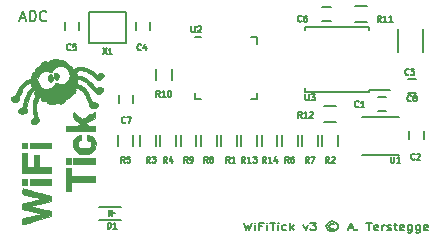
<source format=gbr>
G04 #@! TF.FileFunction,Legend,Top*
%FSLAX46Y46*%
G04 Gerber Fmt 4.6, Leading zero omitted, Abs format (unit mm)*
G04 Created by KiCad (PCBNEW 4.0.6-e0-6349~53~ubuntu16.04.1) date Sun Jul  2 22:52:24 2017*
%MOMM*%
%LPD*%
G01*
G04 APERTURE LIST*
%ADD10C,0.100000*%
%ADD11C,0.127000*%
%ADD12C,0.010000*%
%ADD13C,0.150000*%
%ADD14C,0.152400*%
G04 APERTURE END LIST*
D10*
D11*
X128832430Y-86012262D02*
X129013859Y-86647262D01*
X129159002Y-86193690D01*
X129304144Y-86647262D01*
X129485573Y-86012262D01*
X129775859Y-86647262D02*
X129775859Y-86223929D01*
X129775859Y-86012262D02*
X129739573Y-86042500D01*
X129775859Y-86072738D01*
X129812144Y-86042500D01*
X129775859Y-86012262D01*
X129775859Y-86072738D01*
X130392716Y-86314643D02*
X130138716Y-86314643D01*
X130138716Y-86647262D02*
X130138716Y-86012262D01*
X130501573Y-86012262D01*
X130791859Y-86647262D02*
X130791859Y-86223929D01*
X130791859Y-86012262D02*
X130755573Y-86042500D01*
X130791859Y-86072738D01*
X130828144Y-86042500D01*
X130791859Y-86012262D01*
X130791859Y-86072738D01*
X131045858Y-86012262D02*
X131481287Y-86012262D01*
X131263573Y-86647262D02*
X131263573Y-86012262D01*
X131735287Y-86647262D02*
X131735287Y-86223929D01*
X131735287Y-86012262D02*
X131699001Y-86042500D01*
X131735287Y-86072738D01*
X131771572Y-86042500D01*
X131735287Y-86012262D01*
X131735287Y-86072738D01*
X132424715Y-86617024D02*
X132352144Y-86647262D01*
X132207001Y-86647262D01*
X132134429Y-86617024D01*
X132098144Y-86586786D01*
X132061858Y-86526310D01*
X132061858Y-86344881D01*
X132098144Y-86284405D01*
X132134429Y-86254167D01*
X132207001Y-86223929D01*
X132352144Y-86223929D01*
X132424715Y-86254167D01*
X132751287Y-86647262D02*
X132751287Y-86012262D01*
X132823858Y-86405357D02*
X133041572Y-86647262D01*
X133041572Y-86223929D02*
X132751287Y-86465833D01*
X133876143Y-86223929D02*
X134057572Y-86647262D01*
X134239000Y-86223929D01*
X134456714Y-86012262D02*
X134928428Y-86012262D01*
X134674428Y-86254167D01*
X134783286Y-86254167D01*
X134855857Y-86284405D01*
X134892143Y-86314643D01*
X134928428Y-86375119D01*
X134928428Y-86526310D01*
X134892143Y-86586786D01*
X134855857Y-86617024D01*
X134783286Y-86647262D01*
X134565571Y-86647262D01*
X134493000Y-86617024D01*
X134456714Y-86586786D01*
X136452428Y-86163452D02*
X136379856Y-86133214D01*
X136234713Y-86133214D01*
X136162142Y-86163452D01*
X136089571Y-86223929D01*
X136053285Y-86284405D01*
X136053285Y-86405357D01*
X136089571Y-86465833D01*
X136162142Y-86526310D01*
X136234713Y-86556548D01*
X136379856Y-86556548D01*
X136452428Y-86526310D01*
X136307285Y-85921548D02*
X136125856Y-85951786D01*
X135944428Y-86042500D01*
X135835571Y-86193690D01*
X135799285Y-86344881D01*
X135835571Y-86496071D01*
X135944428Y-86647262D01*
X136125856Y-86737976D01*
X136307285Y-86768214D01*
X136488713Y-86737976D01*
X136670142Y-86647262D01*
X136778999Y-86496071D01*
X136815285Y-86344881D01*
X136778999Y-86193690D01*
X136670142Y-86042500D01*
X136488713Y-85951786D01*
X136307285Y-85921548D01*
X137686142Y-86465833D02*
X138048999Y-86465833D01*
X137613570Y-86647262D02*
X137867570Y-86012262D01*
X138121570Y-86647262D01*
X138375571Y-86586786D02*
X138411856Y-86617024D01*
X138375571Y-86647262D01*
X138339285Y-86617024D01*
X138375571Y-86586786D01*
X138375571Y-86647262D01*
X139210141Y-86012262D02*
X139645570Y-86012262D01*
X139427856Y-86647262D02*
X139427856Y-86012262D01*
X140189855Y-86617024D02*
X140117284Y-86647262D01*
X139972141Y-86647262D01*
X139899570Y-86617024D01*
X139863284Y-86556548D01*
X139863284Y-86314643D01*
X139899570Y-86254167D01*
X139972141Y-86223929D01*
X140117284Y-86223929D01*
X140189855Y-86254167D01*
X140226141Y-86314643D01*
X140226141Y-86375119D01*
X139863284Y-86435595D01*
X140552713Y-86647262D02*
X140552713Y-86223929D01*
X140552713Y-86344881D02*
X140588998Y-86284405D01*
X140625284Y-86254167D01*
X140697855Y-86223929D01*
X140770427Y-86223929D01*
X140988141Y-86617024D02*
X141060712Y-86647262D01*
X141205855Y-86647262D01*
X141278427Y-86617024D01*
X141314712Y-86556548D01*
X141314712Y-86526310D01*
X141278427Y-86465833D01*
X141205855Y-86435595D01*
X141096998Y-86435595D01*
X141024427Y-86405357D01*
X140988141Y-86344881D01*
X140988141Y-86314643D01*
X141024427Y-86254167D01*
X141096998Y-86223929D01*
X141205855Y-86223929D01*
X141278427Y-86254167D01*
X141532426Y-86223929D02*
X141822712Y-86223929D01*
X141641284Y-86012262D02*
X141641284Y-86556548D01*
X141677569Y-86617024D01*
X141750141Y-86647262D01*
X141822712Y-86647262D01*
X142366998Y-86617024D02*
X142294427Y-86647262D01*
X142149284Y-86647262D01*
X142076713Y-86617024D01*
X142040427Y-86556548D01*
X142040427Y-86314643D01*
X142076713Y-86254167D01*
X142149284Y-86223929D01*
X142294427Y-86223929D01*
X142366998Y-86254167D01*
X142403284Y-86314643D01*
X142403284Y-86375119D01*
X142040427Y-86435595D01*
X143056427Y-86223929D02*
X143056427Y-86737976D01*
X143020141Y-86798452D01*
X142983856Y-86828690D01*
X142911284Y-86858929D01*
X142802427Y-86858929D01*
X142729856Y-86828690D01*
X143056427Y-86617024D02*
X142983856Y-86647262D01*
X142838713Y-86647262D01*
X142766141Y-86617024D01*
X142729856Y-86586786D01*
X142693570Y-86526310D01*
X142693570Y-86344881D01*
X142729856Y-86284405D01*
X142766141Y-86254167D01*
X142838713Y-86223929D01*
X142983856Y-86223929D01*
X143056427Y-86254167D01*
X143745856Y-86223929D02*
X143745856Y-86737976D01*
X143709570Y-86798452D01*
X143673285Y-86828690D01*
X143600713Y-86858929D01*
X143491856Y-86858929D01*
X143419285Y-86828690D01*
X143745856Y-86617024D02*
X143673285Y-86647262D01*
X143528142Y-86647262D01*
X143455570Y-86617024D01*
X143419285Y-86586786D01*
X143382999Y-86526310D01*
X143382999Y-86344881D01*
X143419285Y-86284405D01*
X143455570Y-86254167D01*
X143528142Y-86223929D01*
X143673285Y-86223929D01*
X143745856Y-86254167D01*
X144398999Y-86617024D02*
X144326428Y-86647262D01*
X144181285Y-86647262D01*
X144108714Y-86617024D01*
X144072428Y-86556548D01*
X144072428Y-86314643D01*
X144108714Y-86254167D01*
X144181285Y-86223929D01*
X144326428Y-86223929D01*
X144398999Y-86254167D01*
X144435285Y-86314643D01*
X144435285Y-86375119D01*
X144072428Y-86435595D01*
X109897333Y-68728167D02*
X110320667Y-68728167D01*
X109812667Y-68982167D02*
X110109000Y-68093167D01*
X110405333Y-68982167D01*
X110701667Y-68982167D02*
X110701667Y-68093167D01*
X110913333Y-68093167D01*
X111040333Y-68135500D01*
X111125000Y-68220167D01*
X111167333Y-68304833D01*
X111209667Y-68474167D01*
X111209667Y-68601167D01*
X111167333Y-68770500D01*
X111125000Y-68855167D01*
X111040333Y-68939833D01*
X110913333Y-68982167D01*
X110701667Y-68982167D01*
X112098667Y-68897500D02*
X112056333Y-68939833D01*
X111929333Y-68982167D01*
X111844667Y-68982167D01*
X111717667Y-68939833D01*
X111633000Y-68855167D01*
X111590667Y-68770500D01*
X111548333Y-68601167D01*
X111548333Y-68474167D01*
X111590667Y-68304833D01*
X111633000Y-68220167D01*
X111717667Y-68135500D01*
X111844667Y-68093167D01*
X111929333Y-68093167D01*
X112056333Y-68135500D01*
X112098667Y-68177833D01*
D12*
G36*
X110152298Y-83121781D02*
X110235141Y-83142695D01*
X110360119Y-83175549D01*
X110521121Y-83218700D01*
X110712038Y-83270510D01*
X110926758Y-83329337D01*
X111159172Y-83393543D01*
X111211309Y-83408015D01*
X111450958Y-83474563D01*
X111677786Y-83537489D01*
X111885036Y-83594926D01*
X112065953Y-83645001D01*
X112213780Y-83685847D01*
X112321760Y-83715592D01*
X112383139Y-83732367D01*
X112387945Y-83733658D01*
X112507889Y-83765731D01*
X112507869Y-84229223D01*
X111590611Y-84425321D01*
X111372896Y-84472539D01*
X111174893Y-84516781D01*
X111002826Y-84556555D01*
X110862919Y-84590367D01*
X110761394Y-84616724D01*
X110704477Y-84634134D01*
X110694565Y-84640253D01*
X110726532Y-84650452D01*
X110806898Y-84670322D01*
X110928747Y-84698320D01*
X111085159Y-84732901D01*
X111269215Y-84772520D01*
X111473998Y-84815635D01*
X111562445Y-84833984D01*
X111775399Y-84878106D01*
X111972013Y-84919094D01*
X112145058Y-84955423D01*
X112287303Y-84985563D01*
X112391519Y-85007989D01*
X112450475Y-85021173D01*
X112459605Y-85023471D01*
X112484656Y-85037481D01*
X112498876Y-85069398D01*
X112504319Y-85131050D01*
X112503041Y-85234269D01*
X112501938Y-85267203D01*
X112493778Y-85496344D01*
X111322556Y-85828848D01*
X111074694Y-85898994D01*
X110843043Y-85964129D01*
X110633362Y-86022664D01*
X110451412Y-86073011D01*
X110302955Y-86113580D01*
X110193752Y-86142782D01*
X110129563Y-86159028D01*
X110114997Y-86161898D01*
X110097374Y-86147895D01*
X110087555Y-86099936D01*
X110084674Y-86010076D01*
X110086774Y-85902915D01*
X110094889Y-85643386D01*
X110991034Y-85458445D01*
X111261317Y-85401839D01*
X111477393Y-85354730D01*
X111640632Y-85316778D01*
X111752407Y-85287646D01*
X111814090Y-85266994D01*
X111827055Y-85254483D01*
X111823589Y-85252816D01*
X111785209Y-85243465D01*
X111700722Y-85224737D01*
X111578407Y-85198356D01*
X111426542Y-85166045D01*
X111253405Y-85129528D01*
X111067274Y-85090528D01*
X110876427Y-85050769D01*
X110689142Y-85011973D01*
X110513697Y-84975866D01*
X110358371Y-84944169D01*
X110231442Y-84918606D01*
X110141187Y-84900901D01*
X110095885Y-84892777D01*
X110092623Y-84892445D01*
X110087378Y-84866336D01*
X110083323Y-84796456D01*
X110081056Y-84695475D01*
X110080778Y-84641504D01*
X110081686Y-84521521D01*
X110086252Y-84446403D01*
X110097242Y-84404580D01*
X110117421Y-84384480D01*
X110144278Y-84375733D01*
X110187259Y-84366211D01*
X110277970Y-84346486D01*
X110408946Y-84318168D01*
X110572725Y-84282867D01*
X110761841Y-84242193D01*
X110968831Y-84197758D01*
X111033569Y-84183876D01*
X111239553Y-84138974D01*
X111425365Y-84097033D01*
X111584473Y-84059643D01*
X111710342Y-84028395D01*
X111796438Y-84004879D01*
X111836227Y-83990685D01*
X111837902Y-83988112D01*
X111805744Y-83978113D01*
X111725230Y-83958944D01*
X111603426Y-83932118D01*
X111447401Y-83899147D01*
X111264222Y-83861543D01*
X111060957Y-83820819D01*
X110998000Y-83808393D01*
X110788512Y-83767034D01*
X110595494Y-83728635D01*
X110426329Y-83694686D01*
X110288398Y-83666679D01*
X110189082Y-83646107D01*
X110135764Y-83634460D01*
X110130167Y-83633026D01*
X110106221Y-83618536D01*
X110091400Y-83584688D01*
X110083653Y-83520408D01*
X110080926Y-83414620D01*
X110080778Y-83366543D01*
X110083040Y-83238572D01*
X110090573Y-83159257D01*
X110104495Y-83120960D01*
X110117698Y-83114445D01*
X110152298Y-83121781D01*
X110152298Y-83121781D01*
G37*
X110152298Y-83121781D02*
X110235141Y-83142695D01*
X110360119Y-83175549D01*
X110521121Y-83218700D01*
X110712038Y-83270510D01*
X110926758Y-83329337D01*
X111159172Y-83393543D01*
X111211309Y-83408015D01*
X111450958Y-83474563D01*
X111677786Y-83537489D01*
X111885036Y-83594926D01*
X112065953Y-83645001D01*
X112213780Y-83685847D01*
X112321760Y-83715592D01*
X112383139Y-83732367D01*
X112387945Y-83733658D01*
X112507889Y-83765731D01*
X112507869Y-84229223D01*
X111590611Y-84425321D01*
X111372896Y-84472539D01*
X111174893Y-84516781D01*
X111002826Y-84556555D01*
X110862919Y-84590367D01*
X110761394Y-84616724D01*
X110704477Y-84634134D01*
X110694565Y-84640253D01*
X110726532Y-84650452D01*
X110806898Y-84670322D01*
X110928747Y-84698320D01*
X111085159Y-84732901D01*
X111269215Y-84772520D01*
X111473998Y-84815635D01*
X111562445Y-84833984D01*
X111775399Y-84878106D01*
X111972013Y-84919094D01*
X112145058Y-84955423D01*
X112287303Y-84985563D01*
X112391519Y-85007989D01*
X112450475Y-85021173D01*
X112459605Y-85023471D01*
X112484656Y-85037481D01*
X112498876Y-85069398D01*
X112504319Y-85131050D01*
X112503041Y-85234269D01*
X112501938Y-85267203D01*
X112493778Y-85496344D01*
X111322556Y-85828848D01*
X111074694Y-85898994D01*
X110843043Y-85964129D01*
X110633362Y-86022664D01*
X110451412Y-86073011D01*
X110302955Y-86113580D01*
X110193752Y-86142782D01*
X110129563Y-86159028D01*
X110114997Y-86161898D01*
X110097374Y-86147895D01*
X110087555Y-86099936D01*
X110084674Y-86010076D01*
X110086774Y-85902915D01*
X110094889Y-85643386D01*
X110991034Y-85458445D01*
X111261317Y-85401839D01*
X111477393Y-85354730D01*
X111640632Y-85316778D01*
X111752407Y-85287646D01*
X111814090Y-85266994D01*
X111827055Y-85254483D01*
X111823589Y-85252816D01*
X111785209Y-85243465D01*
X111700722Y-85224737D01*
X111578407Y-85198356D01*
X111426542Y-85166045D01*
X111253405Y-85129528D01*
X111067274Y-85090528D01*
X110876427Y-85050769D01*
X110689142Y-85011973D01*
X110513697Y-84975866D01*
X110358371Y-84944169D01*
X110231442Y-84918606D01*
X110141187Y-84900901D01*
X110095885Y-84892777D01*
X110092623Y-84892445D01*
X110087378Y-84866336D01*
X110083323Y-84796456D01*
X110081056Y-84695475D01*
X110080778Y-84641504D01*
X110081686Y-84521521D01*
X110086252Y-84446403D01*
X110097242Y-84404580D01*
X110117421Y-84384480D01*
X110144278Y-84375733D01*
X110187259Y-84366211D01*
X110277970Y-84346486D01*
X110408946Y-84318168D01*
X110572725Y-84282867D01*
X110761841Y-84242193D01*
X110968831Y-84197758D01*
X111033569Y-84183876D01*
X111239553Y-84138974D01*
X111425365Y-84097033D01*
X111584473Y-84059643D01*
X111710342Y-84028395D01*
X111796438Y-84004879D01*
X111836227Y-83990685D01*
X111837902Y-83988112D01*
X111805744Y-83978113D01*
X111725230Y-83958944D01*
X111603426Y-83932118D01*
X111447401Y-83899147D01*
X111264222Y-83861543D01*
X111060957Y-83820819D01*
X110998000Y-83808393D01*
X110788512Y-83767034D01*
X110595494Y-83728635D01*
X110426329Y-83694686D01*
X110288398Y-83666679D01*
X110189082Y-83646107D01*
X110135764Y-83634460D01*
X110130167Y-83633026D01*
X110106221Y-83618536D01*
X110091400Y-83584688D01*
X110083653Y-83520408D01*
X110080926Y-83414620D01*
X110080778Y-83366543D01*
X110083040Y-83238572D01*
X110090573Y-83159257D01*
X110104495Y-83120960D01*
X110117698Y-83114445D01*
X110152298Y-83121781D01*
G36*
X114201222Y-82098445D02*
X116205000Y-82098445D01*
X116205000Y-82606445D01*
X114201222Y-82606445D01*
X114201222Y-83340223D01*
X113777889Y-83340223D01*
X113777889Y-81392889D01*
X114201222Y-81392889D01*
X114201222Y-82098445D01*
X114201222Y-82098445D01*
G37*
X114201222Y-82098445D02*
X116205000Y-82098445D01*
X116205000Y-82606445D01*
X114201222Y-82606445D01*
X114201222Y-83340223D01*
X113777889Y-83340223D01*
X113777889Y-81392889D01*
X114201222Y-81392889D01*
X114201222Y-82098445D01*
G36*
X110504111Y-82804000D02*
X110080778Y-82804000D01*
X110080778Y-82324223D01*
X110504111Y-82324223D01*
X110504111Y-82804000D01*
X110504111Y-82804000D01*
G37*
X110504111Y-82804000D02*
X110080778Y-82804000D01*
X110080778Y-82324223D01*
X110504111Y-82324223D01*
X110504111Y-82804000D01*
G36*
X112507889Y-82804000D02*
X110701667Y-82804000D01*
X110701667Y-82324223D01*
X112507889Y-82324223D01*
X112507889Y-82804000D01*
X112507889Y-82804000D01*
G37*
X112507889Y-82804000D02*
X110701667Y-82804000D01*
X110701667Y-82324223D01*
X112507889Y-82324223D01*
X112507889Y-82804000D01*
G36*
X110504111Y-81336445D02*
X111040334Y-81336445D01*
X111040334Y-80264000D01*
X111463667Y-80264000D01*
X111463667Y-81336445D01*
X112507889Y-81336445D01*
X112507889Y-81816223D01*
X110080778Y-81816223D01*
X110080778Y-80122889D01*
X110504111Y-80122889D01*
X110504111Y-81336445D01*
X110504111Y-81336445D01*
G37*
X110504111Y-81336445D02*
X111040334Y-81336445D01*
X111040334Y-80264000D01*
X111463667Y-80264000D01*
X111463667Y-81336445D01*
X112507889Y-81336445D01*
X112507889Y-81816223D01*
X110080778Y-81816223D01*
X110080778Y-80122889D01*
X110504111Y-80122889D01*
X110504111Y-81336445D01*
G36*
X114201222Y-81054223D02*
X113777889Y-81054223D01*
X113777889Y-80574445D01*
X114201222Y-80574445D01*
X114201222Y-81054223D01*
X114201222Y-81054223D01*
G37*
X114201222Y-81054223D02*
X113777889Y-81054223D01*
X113777889Y-80574445D01*
X114201222Y-80574445D01*
X114201222Y-81054223D01*
G36*
X116205000Y-81054223D02*
X114398778Y-81054223D01*
X114398778Y-80574445D01*
X116205000Y-80574445D01*
X116205000Y-81054223D01*
X116205000Y-81054223D01*
G37*
X116205000Y-81054223D02*
X114398778Y-81054223D01*
X114398778Y-80574445D01*
X116205000Y-80574445D01*
X116205000Y-81054223D01*
G36*
X115070210Y-78800235D02*
X115062000Y-79031459D01*
X114964780Y-79064112D01*
X114852849Y-79128476D01*
X114782304Y-79228992D01*
X114757970Y-79357743D01*
X114782320Y-79492524D01*
X114854503Y-79598685D01*
X114973219Y-79675390D01*
X115137168Y-79721802D01*
X115345050Y-79737085D01*
X115347497Y-79737077D01*
X115542439Y-79721503D01*
X115693461Y-79675043D01*
X115805244Y-79595519D01*
X115877957Y-79490249D01*
X115910579Y-79413348D01*
X115916192Y-79353231D01*
X115896773Y-79278249D01*
X115892068Y-79264471D01*
X115853698Y-79183579D01*
X115794189Y-79124257D01*
X115718249Y-79078667D01*
X115584275Y-79008111D01*
X115584193Y-78788851D01*
X115584111Y-78569592D01*
X115661722Y-78587851D01*
X115872824Y-78661969D01*
X116042714Y-78774138D01*
X116169691Y-78922220D01*
X116252051Y-79104075D01*
X116288092Y-79317565D01*
X116289667Y-79376882D01*
X116264496Y-79593844D01*
X116191099Y-79786393D01*
X116072649Y-79949243D01*
X115912319Y-80077109D01*
X115848529Y-80111821D01*
X115763603Y-80149339D01*
X115682127Y-80173570D01*
X115586132Y-80188007D01*
X115457647Y-80196140D01*
X115404756Y-80198045D01*
X115231511Y-80198355D01*
X115085886Y-80188243D01*
X114989451Y-80170708D01*
X114781616Y-80087179D01*
X114614262Y-79966979D01*
X114489975Y-79812690D01*
X114411340Y-79626895D01*
X114400521Y-79582501D01*
X114373475Y-79349349D01*
X114395421Y-79139472D01*
X114464243Y-78956387D01*
X114577827Y-78803611D01*
X114734058Y-78684663D01*
X114930821Y-78603059D01*
X114999655Y-78585908D01*
X115078421Y-78569012D01*
X115070210Y-78800235D01*
X115070210Y-78800235D01*
G37*
X115070210Y-78800235D02*
X115062000Y-79031459D01*
X114964780Y-79064112D01*
X114852849Y-79128476D01*
X114782304Y-79228992D01*
X114757970Y-79357743D01*
X114782320Y-79492524D01*
X114854503Y-79598685D01*
X114973219Y-79675390D01*
X115137168Y-79721802D01*
X115345050Y-79737085D01*
X115347497Y-79737077D01*
X115542439Y-79721503D01*
X115693461Y-79675043D01*
X115805244Y-79595519D01*
X115877957Y-79490249D01*
X115910579Y-79413348D01*
X115916192Y-79353231D01*
X115896773Y-79278249D01*
X115892068Y-79264471D01*
X115853698Y-79183579D01*
X115794189Y-79124257D01*
X115718249Y-79078667D01*
X115584275Y-79008111D01*
X115584193Y-78788851D01*
X115584111Y-78569592D01*
X115661722Y-78587851D01*
X115872824Y-78661969D01*
X116042714Y-78774138D01*
X116169691Y-78922220D01*
X116252051Y-79104075D01*
X116288092Y-79317565D01*
X116289667Y-79376882D01*
X116264496Y-79593844D01*
X116191099Y-79786393D01*
X116072649Y-79949243D01*
X115912319Y-80077109D01*
X115848529Y-80111821D01*
X115763603Y-80149339D01*
X115682127Y-80173570D01*
X115586132Y-80188007D01*
X115457647Y-80196140D01*
X115404756Y-80198045D01*
X115231511Y-80198355D01*
X115085886Y-80188243D01*
X114989451Y-80170708D01*
X114781616Y-80087179D01*
X114614262Y-79966979D01*
X114489975Y-79812690D01*
X114411340Y-79626895D01*
X114400521Y-79582501D01*
X114373475Y-79349349D01*
X114395421Y-79139472D01*
X114464243Y-78956387D01*
X114577827Y-78803611D01*
X114734058Y-78684663D01*
X114930821Y-78603059D01*
X114999655Y-78585908D01*
X115078421Y-78569012D01*
X115070210Y-78800235D01*
G36*
X110504111Y-79727778D02*
X110080778Y-79727778D01*
X110080778Y-79248000D01*
X110504111Y-79248000D01*
X110504111Y-79727778D01*
X110504111Y-79727778D01*
G37*
X110504111Y-79727778D02*
X110080778Y-79727778D01*
X110080778Y-79248000D01*
X110504111Y-79248000D01*
X110504111Y-79727778D01*
G36*
X112507889Y-79727778D02*
X110701667Y-79727778D01*
X110701667Y-79248000D01*
X112507889Y-79248000D01*
X112507889Y-79727778D01*
X112507889Y-79727778D01*
G37*
X112507889Y-79727778D02*
X110701667Y-79727778D01*
X110701667Y-79248000D01*
X112507889Y-79248000D01*
X112507889Y-79727778D01*
G36*
X116196134Y-76677721D02*
X116201411Y-76748001D01*
X116204498Y-76850068D01*
X116205000Y-76916694D01*
X116205000Y-77181832D01*
X115831056Y-77384836D01*
X115699935Y-77456361D01*
X115587250Y-77518481D01*
X115501945Y-77566213D01*
X115452967Y-77594574D01*
X115444929Y-77599899D01*
X115455540Y-77625079D01*
X115496136Y-77675858D01*
X115528077Y-77710312D01*
X115623406Y-77808667D01*
X116205000Y-77808667D01*
X116205000Y-78260223D01*
X113777889Y-78260223D01*
X113777889Y-77809689D01*
X114444647Y-77802122D01*
X115111405Y-77794556D01*
X114804480Y-77536533D01*
X114663160Y-77417923D01*
X114558784Y-77328207D01*
X114485925Y-77258989D01*
X114439155Y-77201872D01*
X114413045Y-77148462D01*
X114402168Y-77090362D01*
X114401096Y-77019176D01*
X114404400Y-76926509D01*
X114404683Y-76918151D01*
X114412889Y-76669622D01*
X114745662Y-76973607D01*
X114891506Y-77103657D01*
X115000981Y-77193917D01*
X115076140Y-77245949D01*
X115119039Y-77261310D01*
X115123354Y-77260355D01*
X115160458Y-77241300D01*
X115238104Y-77198057D01*
X115348271Y-77135211D01*
X115482941Y-77057346D01*
X115634093Y-76969043D01*
X115671031Y-76947337D01*
X115822563Y-76858612D01*
X115957304Y-76780527D01*
X116067811Y-76717329D01*
X116146641Y-76673265D01*
X116186351Y-76652581D01*
X116189394Y-76651556D01*
X116196134Y-76677721D01*
X116196134Y-76677721D01*
G37*
X116196134Y-76677721D02*
X116201411Y-76748001D01*
X116204498Y-76850068D01*
X116205000Y-76916694D01*
X116205000Y-77181832D01*
X115831056Y-77384836D01*
X115699935Y-77456361D01*
X115587250Y-77518481D01*
X115501945Y-77566213D01*
X115452967Y-77594574D01*
X115444929Y-77599899D01*
X115455540Y-77625079D01*
X115496136Y-77675858D01*
X115528077Y-77710312D01*
X115623406Y-77808667D01*
X116205000Y-77808667D01*
X116205000Y-78260223D01*
X113777889Y-78260223D01*
X113777889Y-77809689D01*
X114444647Y-77802122D01*
X115111405Y-77794556D01*
X114804480Y-77536533D01*
X114663160Y-77417923D01*
X114558784Y-77328207D01*
X114485925Y-77258989D01*
X114439155Y-77201872D01*
X114413045Y-77148462D01*
X114402168Y-77090362D01*
X114401096Y-77019176D01*
X114404400Y-76926509D01*
X114404683Y-76918151D01*
X114412889Y-76669622D01*
X114745662Y-76973607D01*
X114891506Y-77103657D01*
X115000981Y-77193917D01*
X115076140Y-77245949D01*
X115119039Y-77261310D01*
X115123354Y-77260355D01*
X115160458Y-77241300D01*
X115238104Y-77198057D01*
X115348271Y-77135211D01*
X115482941Y-77057346D01*
X115634093Y-76969043D01*
X115671031Y-76947337D01*
X115822563Y-76858612D01*
X115957304Y-76780527D01*
X116067811Y-76717329D01*
X116146641Y-76673265D01*
X116186351Y-76652581D01*
X116189394Y-76651556D01*
X116196134Y-76677721D01*
G36*
X112947865Y-72163921D02*
X113053275Y-72205133D01*
X113054525Y-72205956D01*
X113118800Y-72236999D01*
X113205272Y-72254418D01*
X113329622Y-72261125D01*
X113353020Y-72261391D01*
X113469383Y-72264535D01*
X113548105Y-72275033D01*
X113607930Y-72297624D01*
X113667600Y-72337046D01*
X113675283Y-72342861D01*
X113759503Y-72420723D01*
X113836176Y-72512979D01*
X113849864Y-72533361D01*
X113901749Y-72599749D01*
X113951874Y-72639230D01*
X113969247Y-72644000D01*
X114044419Y-72665846D01*
X114129793Y-72721407D01*
X114206998Y-72795722D01*
X114257663Y-72873828D01*
X114260559Y-72881261D01*
X114313022Y-72975284D01*
X114383262Y-73015756D01*
X114471642Y-73002793D01*
X114534449Y-72968806D01*
X114618320Y-72925217D01*
X114731316Y-72881468D01*
X114833921Y-72851060D01*
X114951939Y-72825677D01*
X115047648Y-72817468D01*
X115150587Y-72825422D01*
X115228317Y-72837568D01*
X115452600Y-72898052D01*
X115695037Y-73003961D01*
X115946995Y-73151038D01*
X116136848Y-73285670D01*
X116390845Y-73479837D01*
X116516645Y-73412480D01*
X116630597Y-73369729D01*
X116747207Y-73355941D01*
X116850030Y-73370711D01*
X116922622Y-73413636D01*
X116930006Y-73422641D01*
X116962825Y-73510668D01*
X116957926Y-73618144D01*
X116919604Y-73717416D01*
X116850906Y-73793272D01*
X116747319Y-73863607D01*
X116630080Y-73916911D01*
X116520425Y-73941677D01*
X116504766Y-73942223D01*
X116451033Y-73937084D01*
X116400120Y-73916581D01*
X116340326Y-73873087D01*
X116259951Y-73798972D01*
X116211113Y-73750768D01*
X115997614Y-73560816D01*
X115759381Y-73388276D01*
X115517634Y-73248097D01*
X115454527Y-73217742D01*
X115270756Y-73154387D01*
X115082359Y-73126302D01*
X114904797Y-73134319D01*
X114753537Y-73179267D01*
X114752001Y-73180007D01*
X114672424Y-73224238D01*
X114638856Y-73260273D01*
X114640053Y-73289412D01*
X114655556Y-73346205D01*
X114670321Y-73429582D01*
X114673276Y-73451831D01*
X114687539Y-73568217D01*
X114883819Y-73582261D01*
X115081579Y-73620810D01*
X115295459Y-73706754D01*
X115518924Y-73835794D01*
X115745435Y-74003628D01*
X115968454Y-74205956D01*
X116176778Y-74432903D01*
X116260331Y-74527686D01*
X116320057Y-74582481D01*
X116364095Y-74603820D01*
X116388445Y-74602769D01*
X116575107Y-74568622D01*
X116728414Y-74573739D01*
X116845115Y-74617819D01*
X116883051Y-74648496D01*
X116932970Y-74730230D01*
X116934615Y-74818142D01*
X116894548Y-74905027D01*
X116819329Y-74983678D01*
X116715519Y-75046889D01*
X116589680Y-75087454D01*
X116473111Y-75098760D01*
X116345918Y-75074006D01*
X116244052Y-74999543D01*
X116188887Y-74921382D01*
X116129219Y-74833136D01*
X116037261Y-74718837D01*
X115923224Y-74589578D01*
X115797321Y-74456450D01*
X115669761Y-74330544D01*
X115550757Y-74222952D01*
X115529348Y-74204992D01*
X115323599Y-74052253D01*
X115136986Y-73950424D01*
X114966928Y-73898317D01*
X114847831Y-73891201D01*
X114758013Y-73899707D01*
X114714423Y-73914457D01*
X114706902Y-73939150D01*
X114707717Y-73942223D01*
X114716548Y-73992716D01*
X114725887Y-74077706D01*
X114731304Y-74145123D01*
X114739471Y-74236429D01*
X114753685Y-74286704D01*
X114782511Y-74311303D01*
X114831587Y-74324956D01*
X114955524Y-74366156D01*
X115095536Y-74435218D01*
X115227694Y-74520180D01*
X115238684Y-74528425D01*
X115351151Y-74635531D01*
X115471698Y-74788557D01*
X115594923Y-74978613D01*
X115715425Y-75196808D01*
X115827806Y-75434250D01*
X115906880Y-75628500D01*
X115984157Y-75833111D01*
X116130632Y-75833111D01*
X116275629Y-75851234D01*
X116384768Y-75900058D01*
X116455116Y-75971270D01*
X116483742Y-76056556D01*
X116467713Y-76147600D01*
X116404098Y-76236089D01*
X116298578Y-76309362D01*
X116200797Y-76336089D01*
X116076877Y-76338104D01*
X115950771Y-76316719D01*
X115868690Y-76285869D01*
X115782358Y-76230867D01*
X115738797Y-76166503D01*
X115725407Y-76072454D01*
X115725222Y-76054454D01*
X115712927Y-75979350D01*
X115679282Y-75866390D01*
X115629149Y-75727703D01*
X115567391Y-75575423D01*
X115498870Y-75421682D01*
X115428448Y-75278611D01*
X115376367Y-75184000D01*
X115271340Y-75027481D01*
X115150111Y-74883468D01*
X115024097Y-74763651D01*
X114904717Y-74679718D01*
X114864754Y-74660200D01*
X114776048Y-74635502D01*
X114667009Y-74621083D01*
X114624617Y-74619556D01*
X114481755Y-74619556D01*
X114541989Y-74701026D01*
X114585265Y-74797865D01*
X114573369Y-74897937D01*
X114505949Y-75002644D01*
X114453243Y-75055431D01*
X114386640Y-75111895D01*
X114335825Y-75148294D01*
X114318652Y-75155778D01*
X114290076Y-75176228D01*
X114239073Y-75229500D01*
X114184678Y-75294247D01*
X114062291Y-75425549D01*
X113940162Y-75508345D01*
X113808261Y-75549553D01*
X113736766Y-75570940D01*
X113699987Y-75616316D01*
X113687846Y-75654050D01*
X113651985Y-75728233D01*
X113590085Y-75806512D01*
X113566762Y-75828852D01*
X113435610Y-75911888D01*
X113294540Y-75939358D01*
X113143464Y-75911280D01*
X113137397Y-75909070D01*
X113065389Y-75884823D01*
X113012344Y-75879742D01*
X112955220Y-75896168D01*
X112871670Y-75936100D01*
X112784338Y-75975261D01*
X112705776Y-75995460D01*
X112612289Y-76000869D01*
X112520892Y-75997869D01*
X112361198Y-75976632D01*
X112250788Y-75930691D01*
X112187553Y-75858669D01*
X112169222Y-75768728D01*
X112163468Y-75712388D01*
X112140127Y-75700533D01*
X112119834Y-75707393D01*
X111983810Y-75743157D01*
X111857643Y-75734339D01*
X111751047Y-75686043D01*
X111673740Y-75603375D01*
X111635436Y-75491439D01*
X111633000Y-75451611D01*
X111626087Y-75399660D01*
X111595357Y-75390623D01*
X111569500Y-75397219D01*
X111498392Y-75427521D01*
X111443423Y-75476624D01*
X111390511Y-75558959D01*
X111366198Y-75605561D01*
X111295196Y-75784415D01*
X111253313Y-75985331D01*
X111239975Y-76215724D01*
X111254609Y-76483009D01*
X111281675Y-76699306D01*
X111306265Y-76855283D01*
X111328729Y-76967929D01*
X111353141Y-77050016D01*
X111383571Y-77114316D01*
X111424092Y-77173602D01*
X111438870Y-77192377D01*
X111480767Y-77274589D01*
X111473877Y-77362247D01*
X111416981Y-77462924D01*
X111389758Y-77497061D01*
X111278253Y-77596224D01*
X111147425Y-77660274D01*
X111012512Y-77684042D01*
X110895009Y-77664823D01*
X110815506Y-77610137D01*
X110777655Y-77529402D01*
X110780160Y-77433200D01*
X110821727Y-77332110D01*
X110901062Y-77236713D01*
X110952380Y-77195911D01*
X111022607Y-77137125D01*
X111053915Y-77088188D01*
X111053922Y-77074889D01*
X111023698Y-76938398D01*
X110996693Y-76763846D01*
X110974975Y-76569607D01*
X110960613Y-76374052D01*
X110955667Y-76202233D01*
X110964753Y-75949669D01*
X110993448Y-75739151D01*
X111043904Y-75559048D01*
X111097292Y-75436992D01*
X111131357Y-75363019D01*
X111138712Y-75312677D01*
X111121185Y-75260897D01*
X111111538Y-75241699D01*
X111071079Y-75116068D01*
X111086014Y-74999478D01*
X111153426Y-74891747D01*
X111202754Y-74822927D01*
X111205452Y-74784346D01*
X111163432Y-74777434D01*
X111078603Y-74803623D01*
X111051393Y-74815303D01*
X110936304Y-74894769D01*
X110825060Y-75025896D01*
X110719938Y-75203925D01*
X110623213Y-75424096D01*
X110537165Y-75681647D01*
X110464068Y-75971817D01*
X110439004Y-76095746D01*
X110419795Y-76208157D01*
X110414004Y-76280335D01*
X110421563Y-76326855D01*
X110437776Y-76356222D01*
X110472267Y-76446952D01*
X110463938Y-76549618D01*
X110431691Y-76617432D01*
X110344587Y-76698244D01*
X110222313Y-76756662D01*
X110083222Y-76788208D01*
X109945671Y-76788405D01*
X109844125Y-76760784D01*
X109770247Y-76699744D01*
X109730702Y-76611258D01*
X109734644Y-76517006D01*
X109737598Y-76508578D01*
X109788741Y-76423094D01*
X109876583Y-76350238D01*
X109998492Y-76286948D01*
X110125811Y-76230629D01*
X110161907Y-76010703D01*
X110195825Y-75846559D01*
X110245641Y-75660183D01*
X110306445Y-75465869D01*
X110373331Y-75277913D01*
X110441389Y-75110608D01*
X110505712Y-74978248D01*
X110531092Y-74935494D01*
X110606121Y-74830586D01*
X110691581Y-74727074D01*
X110749034Y-74666919D01*
X110863002Y-74559060D01*
X110822463Y-74441394D01*
X110799333Y-74348820D01*
X110791884Y-74263905D01*
X110793352Y-74245864D01*
X110794442Y-74189598D01*
X110765270Y-74169733D01*
X110733912Y-74168000D01*
X110607035Y-74194340D01*
X110471610Y-74269634D01*
X110333626Y-74388296D01*
X110199069Y-74544741D01*
X110073926Y-74733381D01*
X110017630Y-74836319D01*
X109918363Y-75041539D01*
X109851990Y-75205816D01*
X109817249Y-75333144D01*
X109812878Y-75427516D01*
X109820393Y-75460037D01*
X109830909Y-75559416D01*
X109795639Y-75645316D01*
X109724274Y-75714679D01*
X109626501Y-75764448D01*
X109512008Y-75791567D01*
X109390486Y-75792978D01*
X109271622Y-75765625D01*
X109165106Y-75706450D01*
X109132089Y-75677211D01*
X109078302Y-75591707D01*
X109073967Y-75501763D01*
X109113698Y-75416296D01*
X109192106Y-75344226D01*
X109303804Y-75294471D01*
X109371688Y-75280583D01*
X109443612Y-75269121D01*
X109488728Y-75249851D01*
X109520670Y-75209676D01*
X109553069Y-75135503D01*
X109570721Y-75089412D01*
X109711549Y-74765743D01*
X109869443Y-74488864D01*
X110042822Y-74260461D01*
X110230109Y-74082221D01*
X110429723Y-73955830D01*
X110544648Y-73916028D01*
X111351398Y-73916028D01*
X111375850Y-74124389D01*
X111446467Y-74308155D01*
X111556547Y-74462512D01*
X111699389Y-74582647D01*
X111868294Y-74663747D01*
X112056560Y-74700996D01*
X112257487Y-74689581D01*
X112382678Y-74656914D01*
X112480215Y-74608892D01*
X112586931Y-74533397D01*
X112689174Y-74442916D01*
X112773296Y-74349942D01*
X112825646Y-74266964D01*
X112833505Y-74244378D01*
X112851346Y-74173293D01*
X112978070Y-74229349D01*
X113176768Y-74288855D01*
X113374646Y-74295932D01*
X113563507Y-74254018D01*
X113735155Y-74166550D01*
X113881394Y-74036966D01*
X113994028Y-73868705D01*
X114028866Y-73788601D01*
X114074601Y-73635389D01*
X114084635Y-73499812D01*
X114059638Y-73356338D01*
X114041750Y-73296467D01*
X113956342Y-73117288D01*
X113831634Y-72971351D01*
X113676346Y-72862235D01*
X113499198Y-72793515D01*
X113308909Y-72768769D01*
X113114199Y-72791573D01*
X112953577Y-72850106D01*
X112806008Y-72944993D01*
X112683540Y-73067176D01*
X112600893Y-73201599D01*
X112594516Y-73217399D01*
X112566562Y-73290923D01*
X112431392Y-73230386D01*
X112244162Y-73174648D01*
X112056155Y-73169126D01*
X111875222Y-73208837D01*
X111709215Y-73288797D01*
X111565981Y-73404023D01*
X111453373Y-73549531D01*
X111379239Y-73720337D01*
X111351430Y-73911457D01*
X111351398Y-73916028D01*
X110544648Y-73916028D01*
X110640087Y-73882975D01*
X110711418Y-73870991D01*
X110861096Y-73852290D01*
X110848851Y-73704626D01*
X110859371Y-73546159D01*
X110914123Y-73405306D01*
X111007305Y-73294511D01*
X111055960Y-73260256D01*
X111124044Y-73206129D01*
X111152994Y-73152238D01*
X111153222Y-73147811D01*
X111179199Y-73037982D01*
X111248792Y-72934965D01*
X111349500Y-72851614D01*
X111468819Y-72800782D01*
X111496134Y-72795270D01*
X111569526Y-72776848D01*
X111600633Y-72746628D01*
X111604883Y-72718004D01*
X111627249Y-72630482D01*
X111685118Y-72534562D01*
X111765057Y-72449969D01*
X111809131Y-72418070D01*
X111934196Y-72371587D01*
X112071810Y-72367749D01*
X112199036Y-72406674D01*
X112215411Y-72415967D01*
X112303933Y-72469945D01*
X112370633Y-72368594D01*
X112440802Y-72289123D01*
X112530200Y-72220473D01*
X112550222Y-72209217D01*
X112675393Y-72166099D01*
X112814923Y-72150955D01*
X112947865Y-72163921D01*
X112947865Y-72163921D01*
G37*
X112947865Y-72163921D02*
X113053275Y-72205133D01*
X113054525Y-72205956D01*
X113118800Y-72236999D01*
X113205272Y-72254418D01*
X113329622Y-72261125D01*
X113353020Y-72261391D01*
X113469383Y-72264535D01*
X113548105Y-72275033D01*
X113607930Y-72297624D01*
X113667600Y-72337046D01*
X113675283Y-72342861D01*
X113759503Y-72420723D01*
X113836176Y-72512979D01*
X113849864Y-72533361D01*
X113901749Y-72599749D01*
X113951874Y-72639230D01*
X113969247Y-72644000D01*
X114044419Y-72665846D01*
X114129793Y-72721407D01*
X114206998Y-72795722D01*
X114257663Y-72873828D01*
X114260559Y-72881261D01*
X114313022Y-72975284D01*
X114383262Y-73015756D01*
X114471642Y-73002793D01*
X114534449Y-72968806D01*
X114618320Y-72925217D01*
X114731316Y-72881468D01*
X114833921Y-72851060D01*
X114951939Y-72825677D01*
X115047648Y-72817468D01*
X115150587Y-72825422D01*
X115228317Y-72837568D01*
X115452600Y-72898052D01*
X115695037Y-73003961D01*
X115946995Y-73151038D01*
X116136848Y-73285670D01*
X116390845Y-73479837D01*
X116516645Y-73412480D01*
X116630597Y-73369729D01*
X116747207Y-73355941D01*
X116850030Y-73370711D01*
X116922622Y-73413636D01*
X116930006Y-73422641D01*
X116962825Y-73510668D01*
X116957926Y-73618144D01*
X116919604Y-73717416D01*
X116850906Y-73793272D01*
X116747319Y-73863607D01*
X116630080Y-73916911D01*
X116520425Y-73941677D01*
X116504766Y-73942223D01*
X116451033Y-73937084D01*
X116400120Y-73916581D01*
X116340326Y-73873087D01*
X116259951Y-73798972D01*
X116211113Y-73750768D01*
X115997614Y-73560816D01*
X115759381Y-73388276D01*
X115517634Y-73248097D01*
X115454527Y-73217742D01*
X115270756Y-73154387D01*
X115082359Y-73126302D01*
X114904797Y-73134319D01*
X114753537Y-73179267D01*
X114752001Y-73180007D01*
X114672424Y-73224238D01*
X114638856Y-73260273D01*
X114640053Y-73289412D01*
X114655556Y-73346205D01*
X114670321Y-73429582D01*
X114673276Y-73451831D01*
X114687539Y-73568217D01*
X114883819Y-73582261D01*
X115081579Y-73620810D01*
X115295459Y-73706754D01*
X115518924Y-73835794D01*
X115745435Y-74003628D01*
X115968454Y-74205956D01*
X116176778Y-74432903D01*
X116260331Y-74527686D01*
X116320057Y-74582481D01*
X116364095Y-74603820D01*
X116388445Y-74602769D01*
X116575107Y-74568622D01*
X116728414Y-74573739D01*
X116845115Y-74617819D01*
X116883051Y-74648496D01*
X116932970Y-74730230D01*
X116934615Y-74818142D01*
X116894548Y-74905027D01*
X116819329Y-74983678D01*
X116715519Y-75046889D01*
X116589680Y-75087454D01*
X116473111Y-75098760D01*
X116345918Y-75074006D01*
X116244052Y-74999543D01*
X116188887Y-74921382D01*
X116129219Y-74833136D01*
X116037261Y-74718837D01*
X115923224Y-74589578D01*
X115797321Y-74456450D01*
X115669761Y-74330544D01*
X115550757Y-74222952D01*
X115529348Y-74204992D01*
X115323599Y-74052253D01*
X115136986Y-73950424D01*
X114966928Y-73898317D01*
X114847831Y-73891201D01*
X114758013Y-73899707D01*
X114714423Y-73914457D01*
X114706902Y-73939150D01*
X114707717Y-73942223D01*
X114716548Y-73992716D01*
X114725887Y-74077706D01*
X114731304Y-74145123D01*
X114739471Y-74236429D01*
X114753685Y-74286704D01*
X114782511Y-74311303D01*
X114831587Y-74324956D01*
X114955524Y-74366156D01*
X115095536Y-74435218D01*
X115227694Y-74520180D01*
X115238684Y-74528425D01*
X115351151Y-74635531D01*
X115471698Y-74788557D01*
X115594923Y-74978613D01*
X115715425Y-75196808D01*
X115827806Y-75434250D01*
X115906880Y-75628500D01*
X115984157Y-75833111D01*
X116130632Y-75833111D01*
X116275629Y-75851234D01*
X116384768Y-75900058D01*
X116455116Y-75971270D01*
X116483742Y-76056556D01*
X116467713Y-76147600D01*
X116404098Y-76236089D01*
X116298578Y-76309362D01*
X116200797Y-76336089D01*
X116076877Y-76338104D01*
X115950771Y-76316719D01*
X115868690Y-76285869D01*
X115782358Y-76230867D01*
X115738797Y-76166503D01*
X115725407Y-76072454D01*
X115725222Y-76054454D01*
X115712927Y-75979350D01*
X115679282Y-75866390D01*
X115629149Y-75727703D01*
X115567391Y-75575423D01*
X115498870Y-75421682D01*
X115428448Y-75278611D01*
X115376367Y-75184000D01*
X115271340Y-75027481D01*
X115150111Y-74883468D01*
X115024097Y-74763651D01*
X114904717Y-74679718D01*
X114864754Y-74660200D01*
X114776048Y-74635502D01*
X114667009Y-74621083D01*
X114624617Y-74619556D01*
X114481755Y-74619556D01*
X114541989Y-74701026D01*
X114585265Y-74797865D01*
X114573369Y-74897937D01*
X114505949Y-75002644D01*
X114453243Y-75055431D01*
X114386640Y-75111895D01*
X114335825Y-75148294D01*
X114318652Y-75155778D01*
X114290076Y-75176228D01*
X114239073Y-75229500D01*
X114184678Y-75294247D01*
X114062291Y-75425549D01*
X113940162Y-75508345D01*
X113808261Y-75549553D01*
X113736766Y-75570940D01*
X113699987Y-75616316D01*
X113687846Y-75654050D01*
X113651985Y-75728233D01*
X113590085Y-75806512D01*
X113566762Y-75828852D01*
X113435610Y-75911888D01*
X113294540Y-75939358D01*
X113143464Y-75911280D01*
X113137397Y-75909070D01*
X113065389Y-75884823D01*
X113012344Y-75879742D01*
X112955220Y-75896168D01*
X112871670Y-75936100D01*
X112784338Y-75975261D01*
X112705776Y-75995460D01*
X112612289Y-76000869D01*
X112520892Y-75997869D01*
X112361198Y-75976632D01*
X112250788Y-75930691D01*
X112187553Y-75858669D01*
X112169222Y-75768728D01*
X112163468Y-75712388D01*
X112140127Y-75700533D01*
X112119834Y-75707393D01*
X111983810Y-75743157D01*
X111857643Y-75734339D01*
X111751047Y-75686043D01*
X111673740Y-75603375D01*
X111635436Y-75491439D01*
X111633000Y-75451611D01*
X111626087Y-75399660D01*
X111595357Y-75390623D01*
X111569500Y-75397219D01*
X111498392Y-75427521D01*
X111443423Y-75476624D01*
X111390511Y-75558959D01*
X111366198Y-75605561D01*
X111295196Y-75784415D01*
X111253313Y-75985331D01*
X111239975Y-76215724D01*
X111254609Y-76483009D01*
X111281675Y-76699306D01*
X111306265Y-76855283D01*
X111328729Y-76967929D01*
X111353141Y-77050016D01*
X111383571Y-77114316D01*
X111424092Y-77173602D01*
X111438870Y-77192377D01*
X111480767Y-77274589D01*
X111473877Y-77362247D01*
X111416981Y-77462924D01*
X111389758Y-77497061D01*
X111278253Y-77596224D01*
X111147425Y-77660274D01*
X111012512Y-77684042D01*
X110895009Y-77664823D01*
X110815506Y-77610137D01*
X110777655Y-77529402D01*
X110780160Y-77433200D01*
X110821727Y-77332110D01*
X110901062Y-77236713D01*
X110952380Y-77195911D01*
X111022607Y-77137125D01*
X111053915Y-77088188D01*
X111053922Y-77074889D01*
X111023698Y-76938398D01*
X110996693Y-76763846D01*
X110974975Y-76569607D01*
X110960613Y-76374052D01*
X110955667Y-76202233D01*
X110964753Y-75949669D01*
X110993448Y-75739151D01*
X111043904Y-75559048D01*
X111097292Y-75436992D01*
X111131357Y-75363019D01*
X111138712Y-75312677D01*
X111121185Y-75260897D01*
X111111538Y-75241699D01*
X111071079Y-75116068D01*
X111086014Y-74999478D01*
X111153426Y-74891747D01*
X111202754Y-74822927D01*
X111205452Y-74784346D01*
X111163432Y-74777434D01*
X111078603Y-74803623D01*
X111051393Y-74815303D01*
X110936304Y-74894769D01*
X110825060Y-75025896D01*
X110719938Y-75203925D01*
X110623213Y-75424096D01*
X110537165Y-75681647D01*
X110464068Y-75971817D01*
X110439004Y-76095746D01*
X110419795Y-76208157D01*
X110414004Y-76280335D01*
X110421563Y-76326855D01*
X110437776Y-76356222D01*
X110472267Y-76446952D01*
X110463938Y-76549618D01*
X110431691Y-76617432D01*
X110344587Y-76698244D01*
X110222313Y-76756662D01*
X110083222Y-76788208D01*
X109945671Y-76788405D01*
X109844125Y-76760784D01*
X109770247Y-76699744D01*
X109730702Y-76611258D01*
X109734644Y-76517006D01*
X109737598Y-76508578D01*
X109788741Y-76423094D01*
X109876583Y-76350238D01*
X109998492Y-76286948D01*
X110125811Y-76230629D01*
X110161907Y-76010703D01*
X110195825Y-75846559D01*
X110245641Y-75660183D01*
X110306445Y-75465869D01*
X110373331Y-75277913D01*
X110441389Y-75110608D01*
X110505712Y-74978248D01*
X110531092Y-74935494D01*
X110606121Y-74830586D01*
X110691581Y-74727074D01*
X110749034Y-74666919D01*
X110863002Y-74559060D01*
X110822463Y-74441394D01*
X110799333Y-74348820D01*
X110791884Y-74263905D01*
X110793352Y-74245864D01*
X110794442Y-74189598D01*
X110765270Y-74169733D01*
X110733912Y-74168000D01*
X110607035Y-74194340D01*
X110471610Y-74269634D01*
X110333626Y-74388296D01*
X110199069Y-74544741D01*
X110073926Y-74733381D01*
X110017630Y-74836319D01*
X109918363Y-75041539D01*
X109851990Y-75205816D01*
X109817249Y-75333144D01*
X109812878Y-75427516D01*
X109820393Y-75460037D01*
X109830909Y-75559416D01*
X109795639Y-75645316D01*
X109724274Y-75714679D01*
X109626501Y-75764448D01*
X109512008Y-75791567D01*
X109390486Y-75792978D01*
X109271622Y-75765625D01*
X109165106Y-75706450D01*
X109132089Y-75677211D01*
X109078302Y-75591707D01*
X109073967Y-75501763D01*
X109113698Y-75416296D01*
X109192106Y-75344226D01*
X109303804Y-75294471D01*
X109371688Y-75280583D01*
X109443612Y-75269121D01*
X109488728Y-75249851D01*
X109520670Y-75209676D01*
X109553069Y-75135503D01*
X109570721Y-75089412D01*
X109711549Y-74765743D01*
X109869443Y-74488864D01*
X110042822Y-74260461D01*
X110230109Y-74082221D01*
X110429723Y-73955830D01*
X110544648Y-73916028D01*
X111351398Y-73916028D01*
X111375850Y-74124389D01*
X111446467Y-74308155D01*
X111556547Y-74462512D01*
X111699389Y-74582647D01*
X111868294Y-74663747D01*
X112056560Y-74700996D01*
X112257487Y-74689581D01*
X112382678Y-74656914D01*
X112480215Y-74608892D01*
X112586931Y-74533397D01*
X112689174Y-74442916D01*
X112773296Y-74349942D01*
X112825646Y-74266964D01*
X112833505Y-74244378D01*
X112851346Y-74173293D01*
X112978070Y-74229349D01*
X113176768Y-74288855D01*
X113374646Y-74295932D01*
X113563507Y-74254018D01*
X113735155Y-74166550D01*
X113881394Y-74036966D01*
X113994028Y-73868705D01*
X114028866Y-73788601D01*
X114074601Y-73635389D01*
X114084635Y-73499812D01*
X114059638Y-73356338D01*
X114041750Y-73296467D01*
X113956342Y-73117288D01*
X113831634Y-72971351D01*
X113676346Y-72862235D01*
X113499198Y-72793515D01*
X113308909Y-72768769D01*
X113114199Y-72791573D01*
X112953577Y-72850106D01*
X112806008Y-72944993D01*
X112683540Y-73067176D01*
X112600893Y-73201599D01*
X112594516Y-73217399D01*
X112566562Y-73290923D01*
X112431392Y-73230386D01*
X112244162Y-73174648D01*
X112056155Y-73169126D01*
X111875222Y-73208837D01*
X111709215Y-73288797D01*
X111565981Y-73404023D01*
X111453373Y-73549531D01*
X111379239Y-73720337D01*
X111351430Y-73911457D01*
X111351398Y-73916028D01*
X110544648Y-73916028D01*
X110640087Y-73882975D01*
X110711418Y-73870991D01*
X110861096Y-73852290D01*
X110848851Y-73704626D01*
X110859371Y-73546159D01*
X110914123Y-73405306D01*
X111007305Y-73294511D01*
X111055960Y-73260256D01*
X111124044Y-73206129D01*
X111152994Y-73152238D01*
X111153222Y-73147811D01*
X111179199Y-73037982D01*
X111248792Y-72934965D01*
X111349500Y-72851614D01*
X111468819Y-72800782D01*
X111496134Y-72795270D01*
X111569526Y-72776848D01*
X111600633Y-72746628D01*
X111604883Y-72718004D01*
X111627249Y-72630482D01*
X111685118Y-72534562D01*
X111765057Y-72449969D01*
X111809131Y-72418070D01*
X111934196Y-72371587D01*
X112071810Y-72367749D01*
X112199036Y-72406674D01*
X112215411Y-72415967D01*
X112303933Y-72469945D01*
X112370633Y-72368594D01*
X112440802Y-72289123D01*
X112530200Y-72220473D01*
X112550222Y-72209217D01*
X112675393Y-72166099D01*
X112814923Y-72150955D01*
X112947865Y-72163921D01*
G36*
X112463476Y-73473512D02*
X112547473Y-73521246D01*
X112613328Y-73607951D01*
X112656336Y-73717774D01*
X112671788Y-73834866D01*
X112654980Y-73943373D01*
X112621505Y-74005723D01*
X112546350Y-74068799D01*
X112463654Y-74076318D01*
X112372408Y-74028270D01*
X112343725Y-74003496D01*
X112275052Y-73913126D01*
X112238491Y-73809188D01*
X112231557Y-73702673D01*
X112251767Y-73604573D01*
X112296638Y-73525880D01*
X112363685Y-73477585D01*
X112450425Y-73470682D01*
X112463476Y-73473512D01*
X112463476Y-73473512D01*
G37*
X112463476Y-73473512D02*
X112547473Y-73521246D01*
X112613328Y-73607951D01*
X112656336Y-73717774D01*
X112671788Y-73834866D01*
X112654980Y-73943373D01*
X112621505Y-74005723D01*
X112546350Y-74068799D01*
X112463654Y-74076318D01*
X112372408Y-74028270D01*
X112343725Y-74003496D01*
X112275052Y-73913126D01*
X112238491Y-73809188D01*
X112231557Y-73702673D01*
X112251767Y-73604573D01*
X112296638Y-73525880D01*
X112363685Y-73477585D01*
X112450425Y-73470682D01*
X112463476Y-73473512D01*
G36*
X112944979Y-73327066D02*
X113029540Y-73370244D01*
X113100042Y-73454042D01*
X113104437Y-73462004D01*
X113148787Y-73580924D01*
X113157084Y-73692043D01*
X113135145Y-73787873D01*
X113088784Y-73860928D01*
X113023818Y-73903720D01*
X112946061Y-73908759D01*
X112861331Y-73868559D01*
X112818775Y-73829806D01*
X112743165Y-73709884D01*
X112715476Y-73571764D01*
X112734251Y-73446563D01*
X112784604Y-73364694D01*
X112859091Y-73325039D01*
X112944979Y-73327066D01*
X112944979Y-73327066D01*
G37*
X112944979Y-73327066D02*
X113029540Y-73370244D01*
X113100042Y-73454042D01*
X113104437Y-73462004D01*
X113148787Y-73580924D01*
X113157084Y-73692043D01*
X113135145Y-73787873D01*
X113088784Y-73860928D01*
X113023818Y-73903720D01*
X112946061Y-73908759D01*
X112861331Y-73868559D01*
X112818775Y-73829806D01*
X112743165Y-73709884D01*
X112715476Y-73571764D01*
X112734251Y-73446563D01*
X112784604Y-73364694D01*
X112859091Y-73325039D01*
X112944979Y-73327066D01*
D13*
X118884500Y-70769000D02*
X115684500Y-70769000D01*
X115684500Y-70769000D02*
X115684500Y-68169000D01*
X115684500Y-68169000D02*
X118884500Y-68169000D01*
X118884500Y-68169000D02*
X118884500Y-70769000D01*
X118272000Y-75915000D02*
X118272000Y-75215000D01*
X119472000Y-75215000D02*
X119472000Y-75915000D01*
X140175500Y-75409500D02*
X140875500Y-75409500D01*
X140875500Y-76609500D02*
X140175500Y-76609500D01*
X142846500Y-78963000D02*
X142846500Y-78263000D01*
X144046500Y-78263000D02*
X144046500Y-78963000D01*
X143963500Y-71612000D02*
X143963500Y-69612000D01*
X141913500Y-69612000D02*
X141913500Y-71612000D01*
X120869000Y-68992000D02*
X120869000Y-69692000D01*
X119669000Y-69692000D02*
X119669000Y-68992000D01*
X113700000Y-69692000D02*
X113700000Y-68992000D01*
X114900000Y-68992000D02*
X114900000Y-69692000D01*
X135476500Y-67789500D02*
X136176500Y-67789500D01*
X136176500Y-68989500D02*
X135476500Y-68989500D01*
X143415500Y-75022000D02*
X142715500Y-75022000D01*
X142715500Y-73822000D02*
X143415500Y-73822000D01*
X116565500Y-85767000D02*
X118465500Y-85767000D01*
X116565500Y-84667000D02*
X118465500Y-84667000D01*
X117465500Y-85217000D02*
X117915500Y-85217000D01*
X117415500Y-84967000D02*
X117415500Y-85467000D01*
X117415500Y-85217000D02*
X117665500Y-84967000D01*
X117665500Y-84967000D02*
X117665500Y-85467000D01*
X117665500Y-85467000D02*
X117415500Y-85217000D01*
X128246500Y-78557500D02*
X128246500Y-79557500D01*
X126896500Y-79557500D02*
X126896500Y-78557500D01*
X136819000Y-78557500D02*
X136819000Y-79557500D01*
X135469000Y-79557500D02*
X135469000Y-78557500D01*
X121388500Y-78557500D02*
X121388500Y-79557500D01*
X120038500Y-79557500D02*
X120038500Y-78557500D01*
X123103000Y-78557500D02*
X123103000Y-79557500D01*
X121753000Y-79557500D02*
X121753000Y-78557500D01*
X119483500Y-78557500D02*
X119483500Y-79557500D01*
X118133500Y-79557500D02*
X118133500Y-78557500D01*
X132040000Y-79557500D02*
X132040000Y-78557500D01*
X133390000Y-78557500D02*
X133390000Y-79557500D01*
X133754500Y-79557500D02*
X133754500Y-78557500D01*
X135104500Y-78557500D02*
X135104500Y-79557500D01*
X125182000Y-79557500D02*
X125182000Y-78557500D01*
X126532000Y-78557500D02*
X126532000Y-79557500D01*
X123467500Y-79557500D02*
X123467500Y-78557500D01*
X124817500Y-78557500D02*
X124817500Y-79557500D01*
X122722000Y-72969500D02*
X122722000Y-73969500D01*
X121372000Y-73969500D02*
X121372000Y-72969500D01*
X139247500Y-69064500D02*
X138247500Y-69064500D01*
X138247500Y-67714500D02*
X139247500Y-67714500D01*
X135644000Y-76160000D02*
X136644000Y-76160000D01*
X136644000Y-77510000D02*
X135644000Y-77510000D01*
X129961000Y-78557500D02*
X129961000Y-79557500D01*
X128611000Y-79557500D02*
X128611000Y-78557500D01*
X131675500Y-78557500D02*
X131675500Y-79557500D01*
X130325500Y-79557500D02*
X130325500Y-78557500D01*
D14*
X141973300Y-77101700D02*
X138823700Y-77101700D01*
X138823700Y-80251300D02*
X141973300Y-80251300D01*
D13*
X129942500Y-70336500D02*
X129942500Y-70861500D01*
X124692500Y-75586500D02*
X124692500Y-75061500D01*
X129942500Y-75586500D02*
X129942500Y-75061500D01*
X124692500Y-70336500D02*
X125217500Y-70336500D01*
X124692500Y-75586500D02*
X125217500Y-75586500D01*
X129942500Y-75586500D02*
X129417500Y-75586500D01*
X129942500Y-70336500D02*
X129417500Y-70336500D01*
X139465500Y-74954500D02*
X139465500Y-74749500D01*
X133965500Y-74954500D02*
X133965500Y-74654500D01*
X133965500Y-69444500D02*
X133965500Y-69744500D01*
X139465500Y-69444500D02*
X139465500Y-69744500D01*
X139465500Y-74954500D02*
X133965500Y-74954500D01*
X139465500Y-69444500D02*
X133965500Y-69444500D01*
X139465500Y-74749500D02*
X141215500Y-74749500D01*
D11*
X116873261Y-71222810D02*
X117211928Y-71730810D01*
X117211928Y-71222810D02*
X116873261Y-71730810D01*
X117671548Y-71730810D02*
X117381262Y-71730810D01*
X117526405Y-71730810D02*
X117526405Y-71222810D01*
X117478024Y-71295381D01*
X117429643Y-71343762D01*
X117381262Y-71367952D01*
X118787333Y-77524429D02*
X118763143Y-77548619D01*
X118690571Y-77572810D01*
X118642190Y-77572810D01*
X118569619Y-77548619D01*
X118521238Y-77500238D01*
X118497047Y-77451857D01*
X118472857Y-77355095D01*
X118472857Y-77282524D01*
X118497047Y-77185762D01*
X118521238Y-77137381D01*
X118569619Y-77089000D01*
X118642190Y-77064810D01*
X118690571Y-77064810D01*
X118763143Y-77089000D01*
X118787333Y-77113190D01*
X118956666Y-77064810D02*
X119295333Y-77064810D01*
X119077619Y-77572810D01*
X138535833Y-76190929D02*
X138511643Y-76215119D01*
X138439071Y-76239310D01*
X138390690Y-76239310D01*
X138318119Y-76215119D01*
X138269738Y-76166738D01*
X138245547Y-76118357D01*
X138221357Y-76021595D01*
X138221357Y-75949024D01*
X138245547Y-75852262D01*
X138269738Y-75803881D01*
X138318119Y-75755500D01*
X138390690Y-75731310D01*
X138439071Y-75731310D01*
X138511643Y-75755500D01*
X138535833Y-75779690D01*
X139019643Y-76239310D02*
X138729357Y-76239310D01*
X138874500Y-76239310D02*
X138874500Y-75731310D01*
X138826119Y-75803881D01*
X138777738Y-75852262D01*
X138729357Y-75876452D01*
X143298333Y-80635929D02*
X143274143Y-80660119D01*
X143201571Y-80684310D01*
X143153190Y-80684310D01*
X143080619Y-80660119D01*
X143032238Y-80611738D01*
X143008047Y-80563357D01*
X142983857Y-80466595D01*
X142983857Y-80394024D01*
X143008047Y-80297262D01*
X143032238Y-80248881D01*
X143080619Y-80200500D01*
X143153190Y-80176310D01*
X143201571Y-80176310D01*
X143274143Y-80200500D01*
X143298333Y-80224690D01*
X143491857Y-80224690D02*
X143516047Y-80200500D01*
X143564428Y-80176310D01*
X143685381Y-80176310D01*
X143733762Y-80200500D01*
X143757952Y-80224690D01*
X143782143Y-80273071D01*
X143782143Y-80321452D01*
X143757952Y-80394024D01*
X143467666Y-80684310D01*
X143782143Y-80684310D01*
X142790333Y-73460429D02*
X142766143Y-73484619D01*
X142693571Y-73508810D01*
X142645190Y-73508810D01*
X142572619Y-73484619D01*
X142524238Y-73436238D01*
X142500047Y-73387857D01*
X142475857Y-73291095D01*
X142475857Y-73218524D01*
X142500047Y-73121762D01*
X142524238Y-73073381D01*
X142572619Y-73025000D01*
X142645190Y-73000810D01*
X142693571Y-73000810D01*
X142766143Y-73025000D01*
X142790333Y-73049190D01*
X142959666Y-73000810D02*
X143274143Y-73000810D01*
X143104809Y-73194333D01*
X143177381Y-73194333D01*
X143225762Y-73218524D01*
X143249952Y-73242714D01*
X143274143Y-73291095D01*
X143274143Y-73412048D01*
X143249952Y-73460429D01*
X143225762Y-73484619D01*
X143177381Y-73508810D01*
X143032238Y-73508810D01*
X142983857Y-73484619D01*
X142959666Y-73460429D01*
X120120833Y-71364929D02*
X120096643Y-71389119D01*
X120024071Y-71413310D01*
X119975690Y-71413310D01*
X119903119Y-71389119D01*
X119854738Y-71340738D01*
X119830547Y-71292357D01*
X119806357Y-71195595D01*
X119806357Y-71123024D01*
X119830547Y-71026262D01*
X119854738Y-70977881D01*
X119903119Y-70929500D01*
X119975690Y-70905310D01*
X120024071Y-70905310D01*
X120096643Y-70929500D01*
X120120833Y-70953690D01*
X120556262Y-71074643D02*
X120556262Y-71413310D01*
X120435309Y-70881119D02*
X120314357Y-71243976D01*
X120628833Y-71243976D01*
X114151833Y-71364929D02*
X114127643Y-71389119D01*
X114055071Y-71413310D01*
X114006690Y-71413310D01*
X113934119Y-71389119D01*
X113885738Y-71340738D01*
X113861547Y-71292357D01*
X113837357Y-71195595D01*
X113837357Y-71123024D01*
X113861547Y-71026262D01*
X113885738Y-70977881D01*
X113934119Y-70929500D01*
X114006690Y-70905310D01*
X114055071Y-70905310D01*
X114127643Y-70929500D01*
X114151833Y-70953690D01*
X114611452Y-70905310D02*
X114369547Y-70905310D01*
X114345357Y-71147214D01*
X114369547Y-71123024D01*
X114417928Y-71098833D01*
X114538881Y-71098833D01*
X114587262Y-71123024D01*
X114611452Y-71147214D01*
X114635643Y-71195595D01*
X114635643Y-71316548D01*
X114611452Y-71364929D01*
X114587262Y-71389119D01*
X114538881Y-71413310D01*
X114417928Y-71413310D01*
X114369547Y-71389119D01*
X114345357Y-71364929D01*
X133709833Y-68951929D02*
X133685643Y-68976119D01*
X133613071Y-69000310D01*
X133564690Y-69000310D01*
X133492119Y-68976119D01*
X133443738Y-68927738D01*
X133419547Y-68879357D01*
X133395357Y-68782595D01*
X133395357Y-68710024D01*
X133419547Y-68613262D01*
X133443738Y-68564881D01*
X133492119Y-68516500D01*
X133564690Y-68492310D01*
X133613071Y-68492310D01*
X133685643Y-68516500D01*
X133709833Y-68540690D01*
X134145262Y-68492310D02*
X134048500Y-68492310D01*
X134000119Y-68516500D01*
X133975928Y-68540690D01*
X133927547Y-68613262D01*
X133903357Y-68710024D01*
X133903357Y-68903548D01*
X133927547Y-68951929D01*
X133951738Y-68976119D01*
X134000119Y-69000310D01*
X134096881Y-69000310D01*
X134145262Y-68976119D01*
X134169452Y-68951929D01*
X134193643Y-68903548D01*
X134193643Y-68782595D01*
X134169452Y-68734214D01*
X134145262Y-68710024D01*
X134096881Y-68685833D01*
X134000119Y-68685833D01*
X133951738Y-68710024D01*
X133927547Y-68734214D01*
X133903357Y-68782595D01*
X142980833Y-75682929D02*
X142956643Y-75707119D01*
X142884071Y-75731310D01*
X142835690Y-75731310D01*
X142763119Y-75707119D01*
X142714738Y-75658738D01*
X142690547Y-75610357D01*
X142666357Y-75513595D01*
X142666357Y-75441024D01*
X142690547Y-75344262D01*
X142714738Y-75295881D01*
X142763119Y-75247500D01*
X142835690Y-75223310D01*
X142884071Y-75223310D01*
X142956643Y-75247500D01*
X142980833Y-75271690D01*
X143271119Y-75441024D02*
X143222738Y-75416833D01*
X143198547Y-75392643D01*
X143174357Y-75344262D01*
X143174357Y-75320071D01*
X143198547Y-75271690D01*
X143222738Y-75247500D01*
X143271119Y-75223310D01*
X143367881Y-75223310D01*
X143416262Y-75247500D01*
X143440452Y-75271690D01*
X143464643Y-75320071D01*
X143464643Y-75344262D01*
X143440452Y-75392643D01*
X143416262Y-75416833D01*
X143367881Y-75441024D01*
X143271119Y-75441024D01*
X143222738Y-75465214D01*
X143198547Y-75489405D01*
X143174357Y-75537786D01*
X143174357Y-75634548D01*
X143198547Y-75682929D01*
X143222738Y-75707119D01*
X143271119Y-75731310D01*
X143367881Y-75731310D01*
X143416262Y-75707119D01*
X143440452Y-75682929D01*
X143464643Y-75634548D01*
X143464643Y-75537786D01*
X143440452Y-75489405D01*
X143416262Y-75465214D01*
X143367881Y-75441024D01*
X117290547Y-86526310D02*
X117290547Y-86018310D01*
X117411500Y-86018310D01*
X117484071Y-86042500D01*
X117532452Y-86090881D01*
X117556643Y-86139262D01*
X117580833Y-86236024D01*
X117580833Y-86308595D01*
X117556643Y-86405357D01*
X117532452Y-86453738D01*
X117484071Y-86502119D01*
X117411500Y-86526310D01*
X117290547Y-86526310D01*
X118064643Y-86526310D02*
X117774357Y-86526310D01*
X117919500Y-86526310D02*
X117919500Y-86018310D01*
X117871119Y-86090881D01*
X117822738Y-86139262D01*
X117774357Y-86163452D01*
X127613833Y-80938310D02*
X127444500Y-80696405D01*
X127323547Y-80938310D02*
X127323547Y-80430310D01*
X127517071Y-80430310D01*
X127565452Y-80454500D01*
X127589643Y-80478690D01*
X127613833Y-80527071D01*
X127613833Y-80599643D01*
X127589643Y-80648024D01*
X127565452Y-80672214D01*
X127517071Y-80696405D01*
X127323547Y-80696405D01*
X128097643Y-80938310D02*
X127807357Y-80938310D01*
X127952500Y-80938310D02*
X127952500Y-80430310D01*
X127904119Y-80502881D01*
X127855738Y-80551262D01*
X127807357Y-80575452D01*
X136059333Y-80938310D02*
X135890000Y-80696405D01*
X135769047Y-80938310D02*
X135769047Y-80430310D01*
X135962571Y-80430310D01*
X136010952Y-80454500D01*
X136035143Y-80478690D01*
X136059333Y-80527071D01*
X136059333Y-80599643D01*
X136035143Y-80648024D01*
X136010952Y-80672214D01*
X135962571Y-80696405D01*
X135769047Y-80696405D01*
X136252857Y-80478690D02*
X136277047Y-80454500D01*
X136325428Y-80430310D01*
X136446381Y-80430310D01*
X136494762Y-80454500D01*
X136518952Y-80478690D01*
X136543143Y-80527071D01*
X136543143Y-80575452D01*
X136518952Y-80648024D01*
X136228666Y-80938310D01*
X136543143Y-80938310D01*
X120882833Y-80938310D02*
X120713500Y-80696405D01*
X120592547Y-80938310D02*
X120592547Y-80430310D01*
X120786071Y-80430310D01*
X120834452Y-80454500D01*
X120858643Y-80478690D01*
X120882833Y-80527071D01*
X120882833Y-80599643D01*
X120858643Y-80648024D01*
X120834452Y-80672214D01*
X120786071Y-80696405D01*
X120592547Y-80696405D01*
X121052166Y-80430310D02*
X121366643Y-80430310D01*
X121197309Y-80623833D01*
X121269881Y-80623833D01*
X121318262Y-80648024D01*
X121342452Y-80672214D01*
X121366643Y-80720595D01*
X121366643Y-80841548D01*
X121342452Y-80889929D01*
X121318262Y-80914119D01*
X121269881Y-80938310D01*
X121124738Y-80938310D01*
X121076357Y-80914119D01*
X121052166Y-80889929D01*
X122343333Y-80938310D02*
X122174000Y-80696405D01*
X122053047Y-80938310D02*
X122053047Y-80430310D01*
X122246571Y-80430310D01*
X122294952Y-80454500D01*
X122319143Y-80478690D01*
X122343333Y-80527071D01*
X122343333Y-80599643D01*
X122319143Y-80648024D01*
X122294952Y-80672214D01*
X122246571Y-80696405D01*
X122053047Y-80696405D01*
X122778762Y-80599643D02*
X122778762Y-80938310D01*
X122657809Y-80406119D02*
X122536857Y-80768976D01*
X122851333Y-80768976D01*
X118723833Y-80938310D02*
X118554500Y-80696405D01*
X118433547Y-80938310D02*
X118433547Y-80430310D01*
X118627071Y-80430310D01*
X118675452Y-80454500D01*
X118699643Y-80478690D01*
X118723833Y-80527071D01*
X118723833Y-80599643D01*
X118699643Y-80648024D01*
X118675452Y-80672214D01*
X118627071Y-80696405D01*
X118433547Y-80696405D01*
X119183452Y-80430310D02*
X118941547Y-80430310D01*
X118917357Y-80672214D01*
X118941547Y-80648024D01*
X118989928Y-80623833D01*
X119110881Y-80623833D01*
X119159262Y-80648024D01*
X119183452Y-80672214D01*
X119207643Y-80720595D01*
X119207643Y-80841548D01*
X119183452Y-80889929D01*
X119159262Y-80914119D01*
X119110881Y-80938310D01*
X118989928Y-80938310D01*
X118941547Y-80914119D01*
X118917357Y-80889929D01*
X132630333Y-80938310D02*
X132461000Y-80696405D01*
X132340047Y-80938310D02*
X132340047Y-80430310D01*
X132533571Y-80430310D01*
X132581952Y-80454500D01*
X132606143Y-80478690D01*
X132630333Y-80527071D01*
X132630333Y-80599643D01*
X132606143Y-80648024D01*
X132581952Y-80672214D01*
X132533571Y-80696405D01*
X132340047Y-80696405D01*
X133065762Y-80430310D02*
X132969000Y-80430310D01*
X132920619Y-80454500D01*
X132896428Y-80478690D01*
X132848047Y-80551262D01*
X132823857Y-80648024D01*
X132823857Y-80841548D01*
X132848047Y-80889929D01*
X132872238Y-80914119D01*
X132920619Y-80938310D01*
X133017381Y-80938310D01*
X133065762Y-80914119D01*
X133089952Y-80889929D01*
X133114143Y-80841548D01*
X133114143Y-80720595D01*
X133089952Y-80672214D01*
X133065762Y-80648024D01*
X133017381Y-80623833D01*
X132920619Y-80623833D01*
X132872238Y-80648024D01*
X132848047Y-80672214D01*
X132823857Y-80720595D01*
X134344833Y-80938310D02*
X134175500Y-80696405D01*
X134054547Y-80938310D02*
X134054547Y-80430310D01*
X134248071Y-80430310D01*
X134296452Y-80454500D01*
X134320643Y-80478690D01*
X134344833Y-80527071D01*
X134344833Y-80599643D01*
X134320643Y-80648024D01*
X134296452Y-80672214D01*
X134248071Y-80696405D01*
X134054547Y-80696405D01*
X134514166Y-80430310D02*
X134852833Y-80430310D01*
X134635119Y-80938310D01*
X125772333Y-80938310D02*
X125603000Y-80696405D01*
X125482047Y-80938310D02*
X125482047Y-80430310D01*
X125675571Y-80430310D01*
X125723952Y-80454500D01*
X125748143Y-80478690D01*
X125772333Y-80527071D01*
X125772333Y-80599643D01*
X125748143Y-80648024D01*
X125723952Y-80672214D01*
X125675571Y-80696405D01*
X125482047Y-80696405D01*
X126062619Y-80648024D02*
X126014238Y-80623833D01*
X125990047Y-80599643D01*
X125965857Y-80551262D01*
X125965857Y-80527071D01*
X125990047Y-80478690D01*
X126014238Y-80454500D01*
X126062619Y-80430310D01*
X126159381Y-80430310D01*
X126207762Y-80454500D01*
X126231952Y-80478690D01*
X126256143Y-80527071D01*
X126256143Y-80551262D01*
X126231952Y-80599643D01*
X126207762Y-80623833D01*
X126159381Y-80648024D01*
X126062619Y-80648024D01*
X126014238Y-80672214D01*
X125990047Y-80696405D01*
X125965857Y-80744786D01*
X125965857Y-80841548D01*
X125990047Y-80889929D01*
X126014238Y-80914119D01*
X126062619Y-80938310D01*
X126159381Y-80938310D01*
X126207762Y-80914119D01*
X126231952Y-80889929D01*
X126256143Y-80841548D01*
X126256143Y-80744786D01*
X126231952Y-80696405D01*
X126207762Y-80672214D01*
X126159381Y-80648024D01*
X124057833Y-80938310D02*
X123888500Y-80696405D01*
X123767547Y-80938310D02*
X123767547Y-80430310D01*
X123961071Y-80430310D01*
X124009452Y-80454500D01*
X124033643Y-80478690D01*
X124057833Y-80527071D01*
X124057833Y-80599643D01*
X124033643Y-80648024D01*
X124009452Y-80672214D01*
X123961071Y-80696405D01*
X123767547Y-80696405D01*
X124299738Y-80938310D02*
X124396500Y-80938310D01*
X124444881Y-80914119D01*
X124469071Y-80889929D01*
X124517452Y-80817357D01*
X124541643Y-80720595D01*
X124541643Y-80527071D01*
X124517452Y-80478690D01*
X124493262Y-80454500D01*
X124444881Y-80430310D01*
X124348119Y-80430310D01*
X124299738Y-80454500D01*
X124275547Y-80478690D01*
X124251357Y-80527071D01*
X124251357Y-80648024D01*
X124275547Y-80696405D01*
X124299738Y-80720595D01*
X124348119Y-80744786D01*
X124444881Y-80744786D01*
X124493262Y-80720595D01*
X124517452Y-80696405D01*
X124541643Y-80648024D01*
X121720428Y-75350310D02*
X121551095Y-75108405D01*
X121430142Y-75350310D02*
X121430142Y-74842310D01*
X121623666Y-74842310D01*
X121672047Y-74866500D01*
X121696238Y-74890690D01*
X121720428Y-74939071D01*
X121720428Y-75011643D01*
X121696238Y-75060024D01*
X121672047Y-75084214D01*
X121623666Y-75108405D01*
X121430142Y-75108405D01*
X122204238Y-75350310D02*
X121913952Y-75350310D01*
X122059095Y-75350310D02*
X122059095Y-74842310D01*
X122010714Y-74914881D01*
X121962333Y-74963262D01*
X121913952Y-74987452D01*
X122518714Y-74842310D02*
X122567095Y-74842310D01*
X122615476Y-74866500D01*
X122639667Y-74890690D01*
X122663857Y-74939071D01*
X122688048Y-75035833D01*
X122688048Y-75156786D01*
X122663857Y-75253548D01*
X122639667Y-75301929D01*
X122615476Y-75326119D01*
X122567095Y-75350310D01*
X122518714Y-75350310D01*
X122470333Y-75326119D01*
X122446143Y-75301929D01*
X122421952Y-75253548D01*
X122397762Y-75156786D01*
X122397762Y-75035833D01*
X122421952Y-74939071D01*
X122446143Y-74890690D01*
X122470333Y-74866500D01*
X122518714Y-74842310D01*
X140452928Y-69000310D02*
X140283595Y-68758405D01*
X140162642Y-69000310D02*
X140162642Y-68492310D01*
X140356166Y-68492310D01*
X140404547Y-68516500D01*
X140428738Y-68540690D01*
X140452928Y-68589071D01*
X140452928Y-68661643D01*
X140428738Y-68710024D01*
X140404547Y-68734214D01*
X140356166Y-68758405D01*
X140162642Y-68758405D01*
X140936738Y-69000310D02*
X140646452Y-69000310D01*
X140791595Y-69000310D02*
X140791595Y-68492310D01*
X140743214Y-68564881D01*
X140694833Y-68613262D01*
X140646452Y-68637452D01*
X141420548Y-69000310D02*
X141130262Y-69000310D01*
X141275405Y-69000310D02*
X141275405Y-68492310D01*
X141227024Y-68564881D01*
X141178643Y-68613262D01*
X141130262Y-68637452D01*
X133721928Y-77128310D02*
X133552595Y-76886405D01*
X133431642Y-77128310D02*
X133431642Y-76620310D01*
X133625166Y-76620310D01*
X133673547Y-76644500D01*
X133697738Y-76668690D01*
X133721928Y-76717071D01*
X133721928Y-76789643D01*
X133697738Y-76838024D01*
X133673547Y-76862214D01*
X133625166Y-76886405D01*
X133431642Y-76886405D01*
X134205738Y-77128310D02*
X133915452Y-77128310D01*
X134060595Y-77128310D02*
X134060595Y-76620310D01*
X134012214Y-76692881D01*
X133963833Y-76741262D01*
X133915452Y-76765452D01*
X134399262Y-76668690D02*
X134423452Y-76644500D01*
X134471833Y-76620310D01*
X134592786Y-76620310D01*
X134641167Y-76644500D01*
X134665357Y-76668690D01*
X134689548Y-76717071D01*
X134689548Y-76765452D01*
X134665357Y-76838024D01*
X134375071Y-77128310D01*
X134689548Y-77128310D01*
X128959428Y-80938310D02*
X128790095Y-80696405D01*
X128669142Y-80938310D02*
X128669142Y-80430310D01*
X128862666Y-80430310D01*
X128911047Y-80454500D01*
X128935238Y-80478690D01*
X128959428Y-80527071D01*
X128959428Y-80599643D01*
X128935238Y-80648024D01*
X128911047Y-80672214D01*
X128862666Y-80696405D01*
X128669142Y-80696405D01*
X129443238Y-80938310D02*
X129152952Y-80938310D01*
X129298095Y-80938310D02*
X129298095Y-80430310D01*
X129249714Y-80502881D01*
X129201333Y-80551262D01*
X129152952Y-80575452D01*
X129612571Y-80430310D02*
X129927048Y-80430310D01*
X129757714Y-80623833D01*
X129830286Y-80623833D01*
X129878667Y-80648024D01*
X129902857Y-80672214D01*
X129927048Y-80720595D01*
X129927048Y-80841548D01*
X129902857Y-80889929D01*
X129878667Y-80914119D01*
X129830286Y-80938310D01*
X129685143Y-80938310D01*
X129636762Y-80914119D01*
X129612571Y-80889929D01*
X130737428Y-80938310D02*
X130568095Y-80696405D01*
X130447142Y-80938310D02*
X130447142Y-80430310D01*
X130640666Y-80430310D01*
X130689047Y-80454500D01*
X130713238Y-80478690D01*
X130737428Y-80527071D01*
X130737428Y-80599643D01*
X130713238Y-80648024D01*
X130689047Y-80672214D01*
X130640666Y-80696405D01*
X130447142Y-80696405D01*
X131221238Y-80938310D02*
X130930952Y-80938310D01*
X131076095Y-80938310D02*
X131076095Y-80430310D01*
X131027714Y-80502881D01*
X130979333Y-80551262D01*
X130930952Y-80575452D01*
X131656667Y-80599643D02*
X131656667Y-80938310D01*
X131535714Y-80406119D02*
X131414762Y-80768976D01*
X131729238Y-80768976D01*
X141281452Y-80430310D02*
X141281452Y-80841548D01*
X141305643Y-80889929D01*
X141329833Y-80914119D01*
X141378214Y-80938310D01*
X141474976Y-80938310D01*
X141523357Y-80914119D01*
X141547548Y-80889929D01*
X141571738Y-80841548D01*
X141571738Y-80430310D01*
X142079738Y-80938310D02*
X141789452Y-80938310D01*
X141934595Y-80938310D02*
X141934595Y-80430310D01*
X141886214Y-80502881D01*
X141837833Y-80551262D01*
X141789452Y-80575452D01*
X124390452Y-69381310D02*
X124390452Y-69792548D01*
X124414643Y-69840929D01*
X124438833Y-69865119D01*
X124487214Y-69889310D01*
X124583976Y-69889310D01*
X124632357Y-69865119D01*
X124656548Y-69840929D01*
X124680738Y-69792548D01*
X124680738Y-69381310D01*
X124898452Y-69429690D02*
X124922642Y-69405500D01*
X124971023Y-69381310D01*
X125091976Y-69381310D01*
X125140357Y-69405500D01*
X125164547Y-69429690D01*
X125188738Y-69478071D01*
X125188738Y-69526452D01*
X125164547Y-69599024D01*
X124874261Y-69889310D01*
X125188738Y-69889310D01*
X134042452Y-75159810D02*
X134042452Y-75571048D01*
X134066643Y-75619429D01*
X134090833Y-75643619D01*
X134139214Y-75667810D01*
X134235976Y-75667810D01*
X134284357Y-75643619D01*
X134308548Y-75619429D01*
X134332738Y-75571048D01*
X134332738Y-75159810D01*
X134526261Y-75159810D02*
X134840738Y-75159810D01*
X134671404Y-75353333D01*
X134743976Y-75353333D01*
X134792357Y-75377524D01*
X134816547Y-75401714D01*
X134840738Y-75450095D01*
X134840738Y-75571048D01*
X134816547Y-75619429D01*
X134792357Y-75643619D01*
X134743976Y-75667810D01*
X134598833Y-75667810D01*
X134550452Y-75643619D01*
X134526261Y-75619429D01*
M02*

</source>
